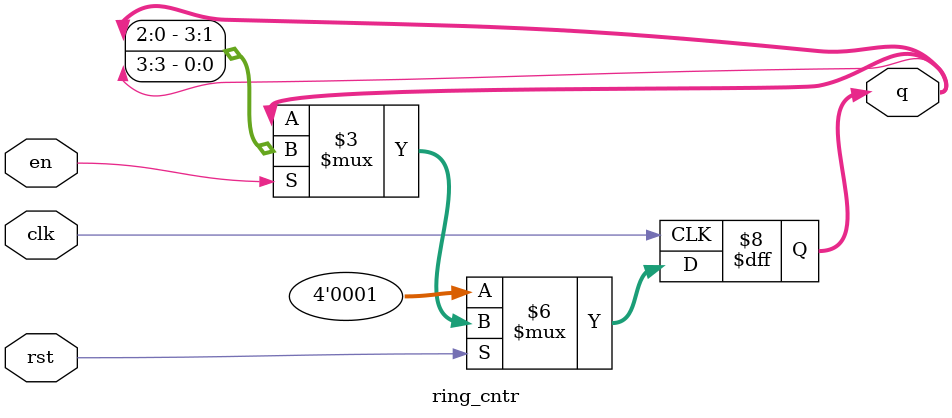
<source format=sv>
module ring_cntr
(
input clk,rst,en,
output reg[3:0]q
);
always@(posedge clk)
begin
if(!rst)
q<=4'b0001;
else
if(en)
q<={q[2:0],q[3]};
end
endmodule

</source>
